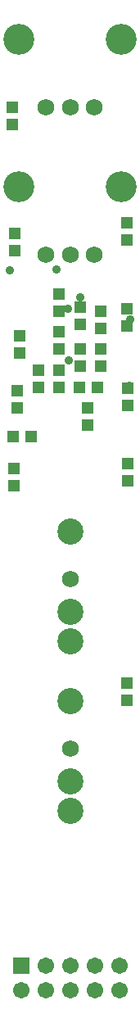
<source format=gbs>
G04 Layer_Color=16711935*
%FSLAX25Y25*%
%MOIN*%
G70*
G01*
G75*
%ADD36R,0.05131X0.05131*%
%ADD44C,0.06800*%
%ADD45C,0.12611*%
%ADD46C,0.10642*%
%ADD47R,0.06706X0.06706*%
%ADD48C,0.06706*%
%ADD49C,0.03556*%
%ADD50R,0.05131X0.05131*%
D36*
X40000Y284043D02*
D03*
Y276957D02*
D03*
X31500Y285500D02*
D03*
Y278413D02*
D03*
X51000Y245457D02*
D03*
Y252543D02*
D03*
X4500Y220043D02*
D03*
Y212957D02*
D03*
X50500Y125457D02*
D03*
Y132543D02*
D03*
X40000Y261457D02*
D03*
Y268543D02*
D03*
X31500Y268543D02*
D03*
Y261457D02*
D03*
X50500Y277957D02*
D03*
Y285043D02*
D03*
X4000Y367043D02*
D03*
Y359957D02*
D03*
X50500Y320043D02*
D03*
Y312957D02*
D03*
X5000Y315543D02*
D03*
Y308457D02*
D03*
X23000Y283957D02*
D03*
Y291043D02*
D03*
X23000Y268457D02*
D03*
Y275543D02*
D03*
Y252957D02*
D03*
Y260043D02*
D03*
X34500Y237457D02*
D03*
Y244543D02*
D03*
X14500Y260043D02*
D03*
Y252957D02*
D03*
X7000Y274043D02*
D03*
Y266957D02*
D03*
X6000Y244500D02*
D03*
Y251587D02*
D03*
X51000Y214957D02*
D03*
Y222043D02*
D03*
D44*
X37343Y306941D02*
D03*
X17658D02*
D03*
X27500D02*
D03*
Y175000D02*
D03*
X37343Y366941D02*
D03*
X17658D02*
D03*
X27500D02*
D03*
Y106000D02*
D03*
D45*
X6634Y334500D02*
D03*
X48366D02*
D03*
X6634Y394500D02*
D03*
X48366D02*
D03*
D46*
X27500Y149488D02*
D03*
Y161693D02*
D03*
Y194370D02*
D03*
Y80488D02*
D03*
Y92693D02*
D03*
Y125370D02*
D03*
D47*
X7500Y17500D02*
D03*
D48*
Y7500D02*
D03*
X17500Y17500D02*
D03*
Y7500D02*
D03*
X27500Y17500D02*
D03*
Y7500D02*
D03*
X37500Y17500D02*
D03*
Y7500D02*
D03*
X47500Y17500D02*
D03*
Y7500D02*
D03*
D49*
X52000Y280500D02*
D03*
X22000Y301000D02*
D03*
X3000Y300500D02*
D03*
X26500Y285000D02*
D03*
X51500Y253500D02*
D03*
X26957Y263780D02*
D03*
X31500Y289500D02*
D03*
D50*
X11543Y233000D02*
D03*
X4457D02*
D03*
X38543Y253000D02*
D03*
X31457D02*
D03*
M02*

</source>
